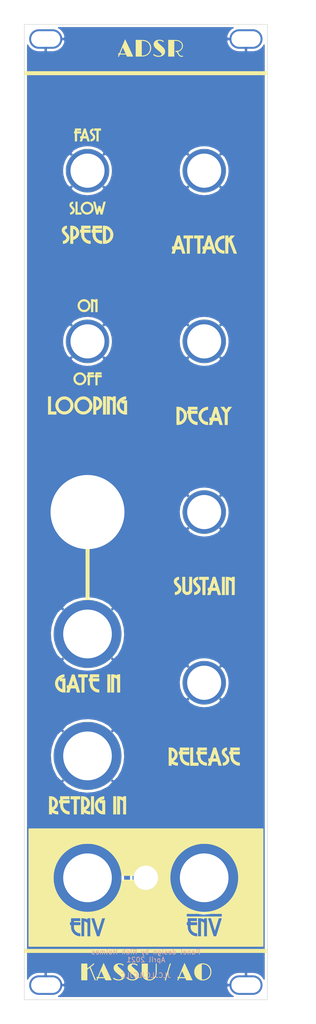
<source format=kicad_pcb>
(kicad_pcb (version 20171130) (host pcbnew 5.1.9-73d0e3b20d~88~ubuntu20.04.1)
  (layers (0 F.Cu signal) (31 B.Cu signal) (34 B.Paste user) (35 F.Paste user) (36 B.SilkS user) (37 F.SilkS user) (38 B.Mask user) (39 F.Mask user) (44 Edge.Cuts user))
  (net 0 "")
  (net 1 GND)
  (module Kosmo_panel:Kosmo_LED_Hole (layer F.Cu) (at 25 175)
    (fp_text reference H14 hide)
    (fp_text value Led_Hole)
    (pad 1 thru_hole circle (at 0 0) (size 5.5 5.5) (drill 5) (layers *.Cu *.Mask))
  )
  (module Kosmo_panel:Kosmo_Pot_Hole (layer F.Cu) (at 37 135)
    (fp_text reference H13 hide)
    (fp_text value Pot_Hole)
    (pad 1 thru_hole circle (at 0 0) (size 9 9) (drill 7) (layers *.Cu *.Mask) (net 1 GND))
  )
  (module Kosmo_panel:Kosmo_Jack_Hole (layer F.Cu) (at 37 175)
    (fp_text reference H12 hide)
    (fp_text value Jack_Hole)
    (pad 1 thru_hole circle (at 0 0) (size 14 14) (drill 10) (layers *.Cu *.Mask) (net 1 GND))
  )
  (module precadsr-panel:Bigger_Push_Switch_Hole (layer F.Cu) (at 13 100)
    (fp_text reference H11 hide)
    (fp_text value Switch_Hole)
    (pad 1 thru_hole circle (at 0 0) (size 17.6 17.6) (drill 15.2) (layers *.Cu *.Mask) (net 1 GND))
  )
  (module Kosmo_panel:Kosmo_Pot_Hole (layer F.Cu) (at 37 100)
    (fp_text reference H10 hide)
    (fp_text value Pot_Hole)
    (pad 1 thru_hole circle (at 0 0) (size 9 9) (drill 7) (layers *.Cu *.Mask) (net 1 GND))
  )
  (module Kosmo_panel:Kosmo_Jack_Hole (layer F.Cu) (at 13 175)
    (fp_text reference H9 hide)
    (fp_text value Jack_Hole)
    (pad 1 thru_hole circle (at 0 0) (size 14 14) (drill 10) (layers *.Cu *.Mask) (net 1 GND))
  )
  (module Kosmo_panel:Kosmo_Switch_Hole (layer F.Cu) (at 13 65)
    (fp_text reference H8 hide)
    (fp_text value Switch_Hole)
    (pad 1 thru_hole circle (at 0 0) (size 9 9) (drill 7) (layers *.Cu *.Mask) (net 1 GND))
  )
  (module Kosmo_panel:Kosmo_Pot_Hole (layer F.Cu) (at 37 65)
    (fp_text reference H7 hide)
    (fp_text value Pot_Hole)
    (pad 1 thru_hole circle (at 0 0) (size 9 9) (drill 7) (layers *.Cu *.Mask) (net 1 GND))
  )
  (module Kosmo_panel:Kosmo_Jack_Hole (layer F.Cu) (at 13 150)
    (fp_text reference H6 hide)
    (fp_text value Jack_Hole)
    (pad 1 thru_hole circle (at 0 0) (size 14 14) (drill 10) (layers *.Cu *.Mask) (net 1 GND))
  )
  (module Kosmo_panel:Kosmo_Switch_Hole (layer F.Cu) (at 13 30)
    (fp_text reference H5 hide)
    (fp_text value Switch_Hole)
    (pad 1 thru_hole circle (at 0 0) (size 9 9) (drill 7) (layers *.Cu *.Mask) (net 1 GND))
  )
  (module Kosmo_panel:Kosmo_Pot_Hole (layer F.Cu) (at 37 30)
    (fp_text reference H4 hide)
    (fp_text value Pot_Hole)
    (pad 1 thru_hole circle (at 0 0) (size 9 9) (drill 7) (layers *.Cu *.Mask) (net 1 GND))
  )
  (module Kosmo_panel:Kosmo_Jack_Hole (layer F.Cu) (at 13 125)
    (fp_text reference H3 hide)
    (fp_text value Jack_Hole)
    (pad 1 thru_hole circle (at 0 0) (size 14 14) (drill 10) (layers *.Cu *.Mask) (net 1 GND))
  )
  (module precadsr-panel:precadsr-panel-holes (layer F.Cu) (at 25 100)
    (fp_text reference GRAF2 hide)
    (fp_text value Holes hide)
  )
  (module precadsr-panel:precadsr-panel-art (layer F.Cu) (at 25 100)
    (fp_text reference GRAF1 hide)
    (fp_text value "Panel art" hide)
  )
  (module Kosmo_panel:Kosmo_Panel_Dual_Slotted_Mounting_Hole (layer F.Cu) (at 44.2 197)
    (fp_text reference H2 hide)
    (fp_text value Mounting_Holes_Slotted)
    (pad 1 thru_hole oval (at 1.4 -194) (size 6.8 4) (drill oval 6 3.2) (layers *.Cu *.Mask) (net 1 GND))
    (pad 1 thru_hole oval (at 1.4 0) (size 6.8 4) (drill oval 6 3.2) (layers *.Cu *.Mask) (net 1 GND))
  )
  (module Kosmo_panel:Kosmo_Panel_Dual_Slotted_Mounting_Hole (layer F.Cu) (at 3 197)
    (fp_text reference H1 hide)
    (fp_text value Mounting_Holes_Slotted)
    (pad 1 thru_hole oval (at 1.4 -194) (size 6.8 4) (drill oval 6 3.2) (layers *.Cu *.Mask) (net 1 GND))
    (pad 1 thru_hole oval (at 1.4 0) (size 6.8 4) (drill oval 6 3.2) (layers *.Cu *.Mask) (net 1 GND))
  )
  (gr_text "Panel design by Rich Holmes\nApril 2021" (at 25 191) (layer B.SilkS) (effects (font (size 1 1)) (justify mirror)))
  (gr_text JLCJLCJLCJLC (at 25 195) (layer B.SilkS) (effects (font (size 1 1)) (justify mirror)))
  (gr_line (start 50 0) (end 0 0) (layer Edge.Cuts) (width 0.1))
  (gr_line (start 50 200) (end 50 0) (layer Edge.Cuts) (width 0.1))
  (gr_line (start 0 200) (end 50 200) (layer Edge.Cuts) (width 0.1))
  (gr_line (start 0 0) (end 0 200) (layer Edge.Cuts) (width 0.1))
  (zone (net 1) (net_name GND) (layer F.Cu) (connect_pads (clearance 0.508)) (min_thickness 0.254) (fill yes (arc_segments 32) (thermal_gap 0.508) (thermal_bridge_width 0.508))
    (polygon (pts (xy 60 205) (xy -5 205) (xy -5 -5) (xy 60 -5)))
  )
  (zone (net 1) (net_name GND) (layer B.Cu) (connect_pads (clearance 0.508)) (min_thickness 0.254) (fill yes (arc_segments 32) (thermal_gap 0.508) (thermal_bridge_width 0.508))
    (polygon (pts (xy 60 205) (xy -5 205) (xy -5 -5) (xy 60 -5)))
  )
)
</source>
